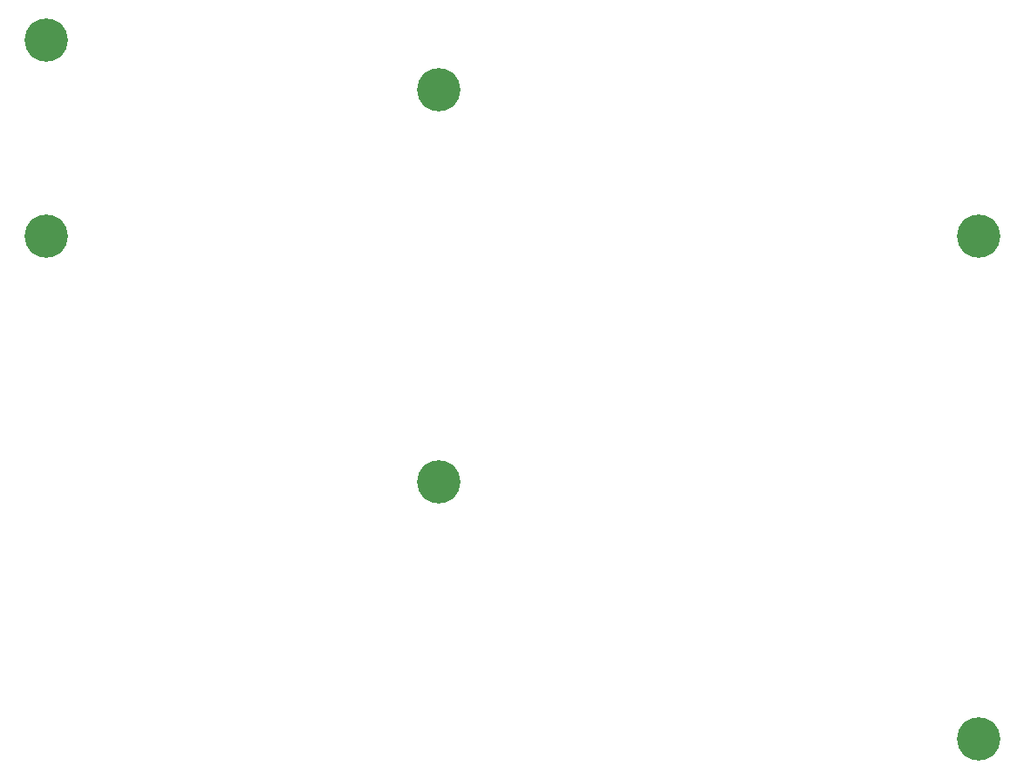
<source format=gts>
%TF.GenerationSoftware,KiCad,Pcbnew,(7.0.0)*%
%TF.CreationDate,2023-04-27T20:39:39+09:00*%
%TF.ProjectId,topplate_l,746f7070-6c61-4746-955f-6c2e6b696361,rev?*%
%TF.SameCoordinates,Original*%
%TF.FileFunction,Soldermask,Top*%
%TF.FilePolarity,Negative*%
%FSLAX46Y46*%
G04 Gerber Fmt 4.6, Leading zero omitted, Abs format (unit mm)*
G04 Created by KiCad (PCBNEW (7.0.0)) date 2023-04-27 20:39:39*
%MOMM*%
%LPD*%
G01*
G04 APERTURE LIST*
%ADD10C,4.200000*%
G04 APERTURE END LIST*
D10*
%TO.C,Ref\u002A\u002A*%
X76200000Y-45243750D03*
%TD*%
%TO.C,Ref\u002A\u002A*%
X128587500Y-59531250D03*
%TD*%
%TO.C,Ref\u002A\u002A*%
X38100000Y-59531250D03*
%TD*%
%TO.C,Ref\u002A\u002A*%
X38100000Y-40481250D03*
%TD*%
%TO.C,Ref\u002A\u002A*%
X128587500Y-108346875D03*
%TD*%
%TO.C,Ref\u002A\u002A*%
X76200000Y-83343750D03*
%TD*%
M02*

</source>
